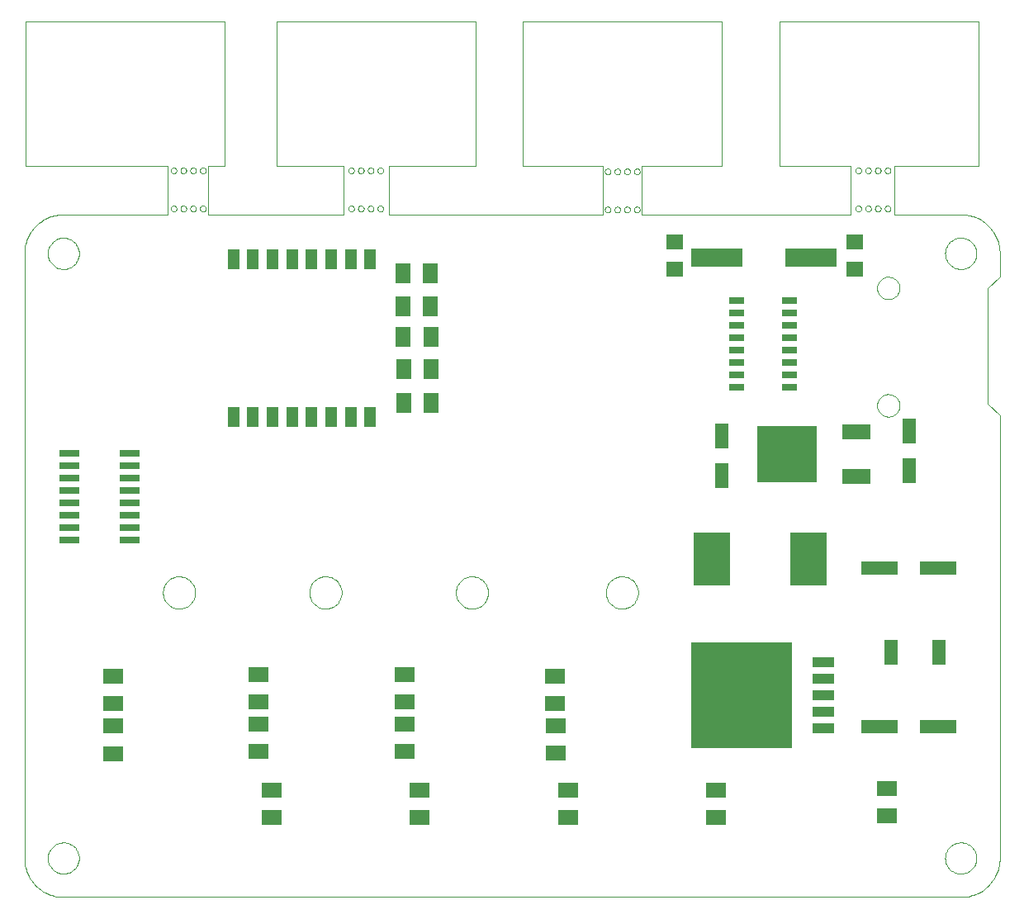
<source format=gtp>
G75*
G70*
%OFA0B0*%
%FSLAX24Y24*%
%IPPOS*%
%LPD*%
%AMOC8*
5,1,8,0,0,1.08239X$1,22.5*
%
%ADD10C,0.0000*%
%ADD11C,0.0000*%
%ADD12R,0.0600X0.0250*%
%ADD13R,0.2100X0.0760*%
%ADD14R,0.0709X0.0630*%
%ADD15R,0.2441X0.2283*%
%ADD16R,0.1181X0.0630*%
%ADD17R,0.0551X0.1024*%
%ADD18R,0.4098X0.4252*%
%ADD19R,0.0850X0.0420*%
%ADD20R,0.1496X0.0551*%
%ADD21R,0.1516X0.2165*%
%ADD22R,0.0571X0.1024*%
%ADD23R,0.0787X0.0630*%
%ADD24R,0.0472X0.0787*%
%ADD25R,0.0630X0.0787*%
%ADD26R,0.0800X0.0260*%
D10*
X010848Y004483D02*
X010848Y028893D01*
X010850Y028970D01*
X010856Y029047D01*
X010865Y029124D01*
X010878Y029200D01*
X010895Y029276D01*
X010916Y029350D01*
X010940Y029424D01*
X010968Y029496D01*
X010999Y029566D01*
X011034Y029635D01*
X011072Y029703D01*
X011113Y029768D01*
X011158Y029831D01*
X011206Y029892D01*
X011256Y029951D01*
X011309Y030007D01*
X011365Y030060D01*
X011424Y030110D01*
X011485Y030158D01*
X011548Y030203D01*
X011613Y030244D01*
X011681Y030282D01*
X011750Y030317D01*
X011820Y030348D01*
X011892Y030376D01*
X011966Y030400D01*
X012040Y030421D01*
X012116Y030438D01*
X012192Y030451D01*
X012269Y030460D01*
X012346Y030466D01*
X012423Y030468D01*
X012423Y030467D02*
X016635Y030467D01*
X016635Y032436D01*
X010887Y032436D01*
X010887Y038263D01*
X018919Y038263D01*
X018919Y032436D01*
X018250Y032436D01*
X018250Y030467D01*
X023722Y030467D01*
X023722Y032436D01*
X021045Y032436D01*
X021045Y038263D01*
X029076Y038263D01*
X029076Y032436D01*
X025572Y032436D01*
X025572Y030467D01*
X034194Y030467D01*
X034194Y032436D01*
X030966Y032436D01*
X030966Y038263D01*
X038998Y038263D01*
X038998Y032436D01*
X035769Y032436D01*
X035769Y030467D01*
X044194Y030467D01*
X044194Y032436D01*
X041320Y032436D01*
X041320Y038263D01*
X049352Y038263D01*
X049352Y032436D01*
X045966Y032436D01*
X045966Y030467D01*
X048643Y030467D01*
X048643Y030468D02*
X048720Y030466D01*
X048797Y030460D01*
X048874Y030451D01*
X048950Y030438D01*
X049026Y030421D01*
X049100Y030400D01*
X049174Y030376D01*
X049246Y030348D01*
X049316Y030317D01*
X049385Y030282D01*
X049453Y030244D01*
X049518Y030203D01*
X049581Y030158D01*
X049642Y030110D01*
X049701Y030060D01*
X049757Y030007D01*
X049810Y029951D01*
X049860Y029892D01*
X049908Y029831D01*
X049953Y029768D01*
X049994Y029703D01*
X050032Y029635D01*
X050067Y029566D01*
X050098Y029496D01*
X050126Y029424D01*
X050150Y029350D01*
X050171Y029276D01*
X050188Y029200D01*
X050201Y029124D01*
X050210Y029047D01*
X050216Y028970D01*
X050218Y028893D01*
X050218Y027948D01*
X049746Y027475D01*
X049746Y022830D01*
X050218Y022357D01*
X050218Y004483D01*
X050216Y004406D01*
X050210Y004329D01*
X050201Y004252D01*
X050188Y004176D01*
X050171Y004100D01*
X050150Y004026D01*
X050126Y003952D01*
X050098Y003880D01*
X050067Y003810D01*
X050032Y003741D01*
X049994Y003673D01*
X049953Y003608D01*
X049908Y003545D01*
X049860Y003484D01*
X049810Y003425D01*
X049757Y003369D01*
X049701Y003316D01*
X049642Y003266D01*
X049581Y003218D01*
X049518Y003173D01*
X049453Y003132D01*
X049385Y003094D01*
X049316Y003059D01*
X049246Y003028D01*
X049174Y003000D01*
X049100Y002976D01*
X049026Y002955D01*
X048950Y002938D01*
X048874Y002925D01*
X048797Y002916D01*
X048720Y002910D01*
X048643Y002908D01*
X012423Y002908D01*
X012346Y002910D01*
X012269Y002916D01*
X012192Y002925D01*
X012116Y002938D01*
X012040Y002955D01*
X011966Y002976D01*
X011892Y003000D01*
X011820Y003028D01*
X011750Y003059D01*
X011681Y003094D01*
X011613Y003132D01*
X011548Y003173D01*
X011485Y003218D01*
X011424Y003266D01*
X011365Y003316D01*
X011309Y003369D01*
X011256Y003425D01*
X011206Y003484D01*
X011158Y003545D01*
X011113Y003608D01*
X011072Y003673D01*
X011034Y003741D01*
X010999Y003810D01*
X010968Y003880D01*
X010940Y003952D01*
X010916Y004026D01*
X010895Y004100D01*
X010878Y004176D01*
X010865Y004252D01*
X010856Y004329D01*
X010850Y004406D01*
X010848Y004483D01*
D11*
X011793Y004483D02*
X011795Y004533D01*
X011801Y004583D01*
X011811Y004632D01*
X011825Y004680D01*
X011842Y004727D01*
X011863Y004772D01*
X011888Y004816D01*
X011916Y004857D01*
X011948Y004896D01*
X011982Y004933D01*
X012019Y004967D01*
X012059Y004997D01*
X012101Y005024D01*
X012145Y005048D01*
X012191Y005069D01*
X012238Y005085D01*
X012286Y005098D01*
X012336Y005107D01*
X012385Y005112D01*
X012436Y005113D01*
X012486Y005110D01*
X012535Y005103D01*
X012584Y005092D01*
X012632Y005077D01*
X012678Y005059D01*
X012723Y005037D01*
X012766Y005011D01*
X012807Y004982D01*
X012846Y004950D01*
X012882Y004915D01*
X012914Y004877D01*
X012944Y004837D01*
X012971Y004794D01*
X012994Y004750D01*
X013013Y004704D01*
X013029Y004656D01*
X013041Y004607D01*
X013049Y004558D01*
X013053Y004508D01*
X013053Y004458D01*
X013049Y004408D01*
X013041Y004359D01*
X013029Y004310D01*
X013013Y004262D01*
X012994Y004216D01*
X012971Y004172D01*
X012944Y004129D01*
X012914Y004089D01*
X012882Y004051D01*
X012846Y004016D01*
X012807Y003984D01*
X012766Y003955D01*
X012723Y003929D01*
X012678Y003907D01*
X012632Y003889D01*
X012584Y003874D01*
X012535Y003863D01*
X012486Y003856D01*
X012436Y003853D01*
X012385Y003854D01*
X012336Y003859D01*
X012286Y003868D01*
X012238Y003881D01*
X012191Y003897D01*
X012145Y003918D01*
X012101Y003942D01*
X012059Y003969D01*
X012019Y003999D01*
X011982Y004033D01*
X011948Y004070D01*
X011916Y004109D01*
X011888Y004150D01*
X011863Y004194D01*
X011842Y004239D01*
X011825Y004286D01*
X011811Y004334D01*
X011801Y004383D01*
X011795Y004433D01*
X011793Y004483D01*
X016441Y015202D02*
X016443Y015252D01*
X016449Y015302D01*
X016459Y015352D01*
X016472Y015400D01*
X016489Y015448D01*
X016510Y015494D01*
X016534Y015538D01*
X016562Y015580D01*
X016593Y015620D01*
X016627Y015657D01*
X016664Y015692D01*
X016703Y015723D01*
X016744Y015752D01*
X016788Y015777D01*
X016834Y015799D01*
X016881Y015817D01*
X016929Y015831D01*
X016978Y015842D01*
X017028Y015849D01*
X017078Y015852D01*
X017129Y015851D01*
X017179Y015846D01*
X017229Y015837D01*
X017277Y015825D01*
X017325Y015808D01*
X017371Y015788D01*
X017416Y015765D01*
X017459Y015738D01*
X017499Y015708D01*
X017537Y015675D01*
X017572Y015639D01*
X017605Y015600D01*
X017634Y015559D01*
X017660Y015516D01*
X017683Y015471D01*
X017702Y015424D01*
X017717Y015376D01*
X017729Y015327D01*
X017737Y015277D01*
X017741Y015227D01*
X017741Y015177D01*
X017737Y015127D01*
X017729Y015077D01*
X017717Y015028D01*
X017702Y014980D01*
X017683Y014933D01*
X017660Y014888D01*
X017634Y014845D01*
X017605Y014804D01*
X017572Y014765D01*
X017537Y014729D01*
X017499Y014696D01*
X017459Y014666D01*
X017416Y014639D01*
X017371Y014616D01*
X017325Y014596D01*
X017277Y014579D01*
X017229Y014567D01*
X017179Y014558D01*
X017129Y014553D01*
X017078Y014552D01*
X017028Y014555D01*
X016978Y014562D01*
X016929Y014573D01*
X016881Y014587D01*
X016834Y014605D01*
X016788Y014627D01*
X016744Y014652D01*
X016703Y014681D01*
X016664Y014712D01*
X016627Y014747D01*
X016593Y014784D01*
X016562Y014824D01*
X016534Y014866D01*
X016510Y014910D01*
X016489Y014956D01*
X016472Y015004D01*
X016459Y015052D01*
X016449Y015102D01*
X016443Y015152D01*
X016441Y015202D01*
X022352Y015202D02*
X022354Y015252D01*
X022360Y015302D01*
X022370Y015352D01*
X022383Y015400D01*
X022400Y015448D01*
X022421Y015494D01*
X022445Y015538D01*
X022473Y015580D01*
X022504Y015620D01*
X022538Y015657D01*
X022575Y015692D01*
X022614Y015723D01*
X022655Y015752D01*
X022699Y015777D01*
X022745Y015799D01*
X022792Y015817D01*
X022840Y015831D01*
X022889Y015842D01*
X022939Y015849D01*
X022989Y015852D01*
X023040Y015851D01*
X023090Y015846D01*
X023140Y015837D01*
X023188Y015825D01*
X023236Y015808D01*
X023282Y015788D01*
X023327Y015765D01*
X023370Y015738D01*
X023410Y015708D01*
X023448Y015675D01*
X023483Y015639D01*
X023516Y015600D01*
X023545Y015559D01*
X023571Y015516D01*
X023594Y015471D01*
X023613Y015424D01*
X023628Y015376D01*
X023640Y015327D01*
X023648Y015277D01*
X023652Y015227D01*
X023652Y015177D01*
X023648Y015127D01*
X023640Y015077D01*
X023628Y015028D01*
X023613Y014980D01*
X023594Y014933D01*
X023571Y014888D01*
X023545Y014845D01*
X023516Y014804D01*
X023483Y014765D01*
X023448Y014729D01*
X023410Y014696D01*
X023370Y014666D01*
X023327Y014639D01*
X023282Y014616D01*
X023236Y014596D01*
X023188Y014579D01*
X023140Y014567D01*
X023090Y014558D01*
X023040Y014553D01*
X022989Y014552D01*
X022939Y014555D01*
X022889Y014562D01*
X022840Y014573D01*
X022792Y014587D01*
X022745Y014605D01*
X022699Y014627D01*
X022655Y014652D01*
X022614Y014681D01*
X022575Y014712D01*
X022538Y014747D01*
X022504Y014784D01*
X022473Y014824D01*
X022445Y014866D01*
X022421Y014910D01*
X022400Y014956D01*
X022383Y015004D01*
X022370Y015052D01*
X022360Y015102D01*
X022354Y015152D01*
X022352Y015202D01*
X028263Y015202D02*
X028265Y015252D01*
X028271Y015302D01*
X028281Y015352D01*
X028294Y015400D01*
X028311Y015448D01*
X028332Y015494D01*
X028356Y015538D01*
X028384Y015580D01*
X028415Y015620D01*
X028449Y015657D01*
X028486Y015692D01*
X028525Y015723D01*
X028566Y015752D01*
X028610Y015777D01*
X028656Y015799D01*
X028703Y015817D01*
X028751Y015831D01*
X028800Y015842D01*
X028850Y015849D01*
X028900Y015852D01*
X028951Y015851D01*
X029001Y015846D01*
X029051Y015837D01*
X029099Y015825D01*
X029147Y015808D01*
X029193Y015788D01*
X029238Y015765D01*
X029281Y015738D01*
X029321Y015708D01*
X029359Y015675D01*
X029394Y015639D01*
X029427Y015600D01*
X029456Y015559D01*
X029482Y015516D01*
X029505Y015471D01*
X029524Y015424D01*
X029539Y015376D01*
X029551Y015327D01*
X029559Y015277D01*
X029563Y015227D01*
X029563Y015177D01*
X029559Y015127D01*
X029551Y015077D01*
X029539Y015028D01*
X029524Y014980D01*
X029505Y014933D01*
X029482Y014888D01*
X029456Y014845D01*
X029427Y014804D01*
X029394Y014765D01*
X029359Y014729D01*
X029321Y014696D01*
X029281Y014666D01*
X029238Y014639D01*
X029193Y014616D01*
X029147Y014596D01*
X029099Y014579D01*
X029051Y014567D01*
X029001Y014558D01*
X028951Y014553D01*
X028900Y014552D01*
X028850Y014555D01*
X028800Y014562D01*
X028751Y014573D01*
X028703Y014587D01*
X028656Y014605D01*
X028610Y014627D01*
X028566Y014652D01*
X028525Y014681D01*
X028486Y014712D01*
X028449Y014747D01*
X028415Y014784D01*
X028384Y014824D01*
X028356Y014866D01*
X028332Y014910D01*
X028311Y014956D01*
X028294Y015004D01*
X028281Y015052D01*
X028271Y015102D01*
X028265Y015152D01*
X028263Y015202D01*
X034319Y015202D02*
X034321Y015252D01*
X034327Y015302D01*
X034337Y015352D01*
X034350Y015400D01*
X034367Y015448D01*
X034388Y015494D01*
X034412Y015538D01*
X034440Y015580D01*
X034471Y015620D01*
X034505Y015657D01*
X034542Y015692D01*
X034581Y015723D01*
X034622Y015752D01*
X034666Y015777D01*
X034712Y015799D01*
X034759Y015817D01*
X034807Y015831D01*
X034856Y015842D01*
X034906Y015849D01*
X034956Y015852D01*
X035007Y015851D01*
X035057Y015846D01*
X035107Y015837D01*
X035155Y015825D01*
X035203Y015808D01*
X035249Y015788D01*
X035294Y015765D01*
X035337Y015738D01*
X035377Y015708D01*
X035415Y015675D01*
X035450Y015639D01*
X035483Y015600D01*
X035512Y015559D01*
X035538Y015516D01*
X035561Y015471D01*
X035580Y015424D01*
X035595Y015376D01*
X035607Y015327D01*
X035615Y015277D01*
X035619Y015227D01*
X035619Y015177D01*
X035615Y015127D01*
X035607Y015077D01*
X035595Y015028D01*
X035580Y014980D01*
X035561Y014933D01*
X035538Y014888D01*
X035512Y014845D01*
X035483Y014804D01*
X035450Y014765D01*
X035415Y014729D01*
X035377Y014696D01*
X035337Y014666D01*
X035294Y014639D01*
X035249Y014616D01*
X035203Y014596D01*
X035155Y014579D01*
X035107Y014567D01*
X035057Y014558D01*
X035007Y014553D01*
X034956Y014552D01*
X034906Y014555D01*
X034856Y014562D01*
X034807Y014573D01*
X034759Y014587D01*
X034712Y014605D01*
X034666Y014627D01*
X034622Y014652D01*
X034581Y014681D01*
X034542Y014712D01*
X034505Y014747D01*
X034471Y014784D01*
X034440Y014824D01*
X034412Y014866D01*
X034388Y014910D01*
X034367Y014956D01*
X034350Y015004D01*
X034337Y015052D01*
X034327Y015102D01*
X034321Y015152D01*
X034319Y015202D01*
X045265Y022756D02*
X045267Y022798D01*
X045273Y022840D01*
X045283Y022882D01*
X045296Y022922D01*
X045314Y022961D01*
X045335Y022998D01*
X045359Y023032D01*
X045387Y023065D01*
X045417Y023095D01*
X045450Y023121D01*
X045485Y023145D01*
X045523Y023165D01*
X045562Y023181D01*
X045602Y023194D01*
X045644Y023203D01*
X045686Y023208D01*
X045729Y023209D01*
X045771Y023206D01*
X045813Y023199D01*
X045854Y023188D01*
X045894Y023173D01*
X045932Y023155D01*
X045969Y023133D01*
X046003Y023108D01*
X046035Y023080D01*
X046063Y023049D01*
X046089Y023015D01*
X046112Y022979D01*
X046131Y022942D01*
X046147Y022902D01*
X046159Y022861D01*
X046167Y022820D01*
X046171Y022777D01*
X046171Y022735D01*
X046167Y022692D01*
X046159Y022651D01*
X046147Y022610D01*
X046131Y022570D01*
X046112Y022533D01*
X046089Y022497D01*
X046063Y022463D01*
X046035Y022432D01*
X046003Y022404D01*
X045969Y022379D01*
X045932Y022357D01*
X045894Y022339D01*
X045854Y022324D01*
X045813Y022313D01*
X045771Y022306D01*
X045729Y022303D01*
X045686Y022304D01*
X045644Y022309D01*
X045602Y022318D01*
X045562Y022331D01*
X045523Y022347D01*
X045485Y022367D01*
X045450Y022391D01*
X045417Y022417D01*
X045387Y022447D01*
X045359Y022480D01*
X045335Y022514D01*
X045314Y022551D01*
X045296Y022590D01*
X045283Y022630D01*
X045273Y022672D01*
X045267Y022714D01*
X045265Y022756D01*
X045265Y027496D02*
X045267Y027538D01*
X045273Y027580D01*
X045283Y027622D01*
X045296Y027662D01*
X045314Y027701D01*
X045335Y027738D01*
X045359Y027772D01*
X045387Y027805D01*
X045417Y027835D01*
X045450Y027861D01*
X045485Y027885D01*
X045523Y027905D01*
X045562Y027921D01*
X045602Y027934D01*
X045644Y027943D01*
X045686Y027948D01*
X045729Y027949D01*
X045771Y027946D01*
X045813Y027939D01*
X045854Y027928D01*
X045894Y027913D01*
X045932Y027895D01*
X045969Y027873D01*
X046003Y027848D01*
X046035Y027820D01*
X046063Y027789D01*
X046089Y027755D01*
X046112Y027719D01*
X046131Y027682D01*
X046147Y027642D01*
X046159Y027601D01*
X046167Y027560D01*
X046171Y027517D01*
X046171Y027475D01*
X046167Y027432D01*
X046159Y027391D01*
X046147Y027350D01*
X046131Y027310D01*
X046112Y027273D01*
X046089Y027237D01*
X046063Y027203D01*
X046035Y027172D01*
X046003Y027144D01*
X045969Y027119D01*
X045932Y027097D01*
X045894Y027079D01*
X045854Y027064D01*
X045813Y027053D01*
X045771Y027046D01*
X045729Y027043D01*
X045686Y027044D01*
X045644Y027049D01*
X045602Y027058D01*
X045562Y027071D01*
X045523Y027087D01*
X045485Y027107D01*
X045450Y027131D01*
X045417Y027157D01*
X045387Y027187D01*
X045359Y027220D01*
X045335Y027254D01*
X045314Y027291D01*
X045296Y027330D01*
X045283Y027370D01*
X045273Y027412D01*
X045267Y027454D01*
X045265Y027496D01*
X048013Y028893D02*
X048015Y028943D01*
X048021Y028993D01*
X048031Y029042D01*
X048045Y029090D01*
X048062Y029137D01*
X048083Y029182D01*
X048108Y029226D01*
X048136Y029267D01*
X048168Y029306D01*
X048202Y029343D01*
X048239Y029377D01*
X048279Y029407D01*
X048321Y029434D01*
X048365Y029458D01*
X048411Y029479D01*
X048458Y029495D01*
X048506Y029508D01*
X048556Y029517D01*
X048605Y029522D01*
X048656Y029523D01*
X048706Y029520D01*
X048755Y029513D01*
X048804Y029502D01*
X048852Y029487D01*
X048898Y029469D01*
X048943Y029447D01*
X048986Y029421D01*
X049027Y029392D01*
X049066Y029360D01*
X049102Y029325D01*
X049134Y029287D01*
X049164Y029247D01*
X049191Y029204D01*
X049214Y029160D01*
X049233Y029114D01*
X049249Y029066D01*
X049261Y029017D01*
X049269Y028968D01*
X049273Y028918D01*
X049273Y028868D01*
X049269Y028818D01*
X049261Y028769D01*
X049249Y028720D01*
X049233Y028672D01*
X049214Y028626D01*
X049191Y028582D01*
X049164Y028539D01*
X049134Y028499D01*
X049102Y028461D01*
X049066Y028426D01*
X049027Y028394D01*
X048986Y028365D01*
X048943Y028339D01*
X048898Y028317D01*
X048852Y028299D01*
X048804Y028284D01*
X048755Y028273D01*
X048706Y028266D01*
X048656Y028263D01*
X048605Y028264D01*
X048556Y028269D01*
X048506Y028278D01*
X048458Y028291D01*
X048411Y028307D01*
X048365Y028328D01*
X048321Y028352D01*
X048279Y028379D01*
X048239Y028409D01*
X048202Y028443D01*
X048168Y028480D01*
X048136Y028519D01*
X048108Y028560D01*
X048083Y028604D01*
X048062Y028649D01*
X048045Y028696D01*
X048031Y028744D01*
X048021Y028793D01*
X048015Y028843D01*
X048013Y028893D01*
X045573Y030704D02*
X045575Y030725D01*
X045581Y030745D01*
X045590Y030765D01*
X045602Y030782D01*
X045617Y030796D01*
X045635Y030808D01*
X045655Y030816D01*
X045675Y030821D01*
X045696Y030822D01*
X045717Y030819D01*
X045737Y030813D01*
X045756Y030802D01*
X045773Y030789D01*
X045786Y030773D01*
X045797Y030755D01*
X045805Y030735D01*
X045809Y030715D01*
X045809Y030693D01*
X045805Y030673D01*
X045797Y030653D01*
X045786Y030635D01*
X045773Y030619D01*
X045756Y030606D01*
X045737Y030595D01*
X045717Y030589D01*
X045696Y030586D01*
X045675Y030587D01*
X045655Y030592D01*
X045635Y030600D01*
X045617Y030612D01*
X045602Y030626D01*
X045590Y030643D01*
X045581Y030663D01*
X045575Y030683D01*
X045573Y030704D01*
X045179Y030704D02*
X045181Y030725D01*
X045187Y030745D01*
X045196Y030765D01*
X045208Y030782D01*
X045223Y030796D01*
X045241Y030808D01*
X045261Y030816D01*
X045281Y030821D01*
X045302Y030822D01*
X045323Y030819D01*
X045343Y030813D01*
X045362Y030802D01*
X045379Y030789D01*
X045392Y030773D01*
X045403Y030755D01*
X045411Y030735D01*
X045415Y030715D01*
X045415Y030693D01*
X045411Y030673D01*
X045403Y030653D01*
X045392Y030635D01*
X045379Y030619D01*
X045362Y030606D01*
X045343Y030595D01*
X045323Y030589D01*
X045302Y030586D01*
X045281Y030587D01*
X045261Y030592D01*
X045241Y030600D01*
X045223Y030612D01*
X045208Y030626D01*
X045196Y030643D01*
X045187Y030663D01*
X045181Y030683D01*
X045179Y030704D01*
X044785Y030704D02*
X044787Y030725D01*
X044793Y030745D01*
X044802Y030765D01*
X044814Y030782D01*
X044829Y030796D01*
X044847Y030808D01*
X044867Y030816D01*
X044887Y030821D01*
X044908Y030822D01*
X044929Y030819D01*
X044949Y030813D01*
X044968Y030802D01*
X044985Y030789D01*
X044998Y030773D01*
X045009Y030755D01*
X045017Y030735D01*
X045021Y030715D01*
X045021Y030693D01*
X045017Y030673D01*
X045009Y030653D01*
X044998Y030635D01*
X044985Y030619D01*
X044968Y030606D01*
X044949Y030595D01*
X044929Y030589D01*
X044908Y030586D01*
X044887Y030587D01*
X044867Y030592D01*
X044847Y030600D01*
X044829Y030612D01*
X044814Y030626D01*
X044802Y030643D01*
X044793Y030663D01*
X044787Y030683D01*
X044785Y030704D01*
X044391Y030704D02*
X044393Y030725D01*
X044399Y030745D01*
X044408Y030765D01*
X044420Y030782D01*
X044435Y030796D01*
X044453Y030808D01*
X044473Y030816D01*
X044493Y030821D01*
X044514Y030822D01*
X044535Y030819D01*
X044555Y030813D01*
X044574Y030802D01*
X044591Y030789D01*
X044604Y030773D01*
X044615Y030755D01*
X044623Y030735D01*
X044627Y030715D01*
X044627Y030693D01*
X044623Y030673D01*
X044615Y030653D01*
X044604Y030635D01*
X044591Y030619D01*
X044574Y030606D01*
X044555Y030595D01*
X044535Y030589D01*
X044514Y030586D01*
X044493Y030587D01*
X044473Y030592D01*
X044453Y030600D01*
X044435Y030612D01*
X044420Y030626D01*
X044408Y030643D01*
X044399Y030663D01*
X044393Y030683D01*
X044391Y030704D01*
X044391Y032239D02*
X044393Y032260D01*
X044399Y032280D01*
X044408Y032300D01*
X044420Y032317D01*
X044435Y032331D01*
X044453Y032343D01*
X044473Y032351D01*
X044493Y032356D01*
X044514Y032357D01*
X044535Y032354D01*
X044555Y032348D01*
X044574Y032337D01*
X044591Y032324D01*
X044604Y032308D01*
X044615Y032290D01*
X044623Y032270D01*
X044627Y032250D01*
X044627Y032228D01*
X044623Y032208D01*
X044615Y032188D01*
X044604Y032170D01*
X044591Y032154D01*
X044574Y032141D01*
X044555Y032130D01*
X044535Y032124D01*
X044514Y032121D01*
X044493Y032122D01*
X044473Y032127D01*
X044453Y032135D01*
X044435Y032147D01*
X044420Y032161D01*
X044408Y032178D01*
X044399Y032198D01*
X044393Y032218D01*
X044391Y032239D01*
X044785Y032239D02*
X044787Y032260D01*
X044793Y032280D01*
X044802Y032300D01*
X044814Y032317D01*
X044829Y032331D01*
X044847Y032343D01*
X044867Y032351D01*
X044887Y032356D01*
X044908Y032357D01*
X044929Y032354D01*
X044949Y032348D01*
X044968Y032337D01*
X044985Y032324D01*
X044998Y032308D01*
X045009Y032290D01*
X045017Y032270D01*
X045021Y032250D01*
X045021Y032228D01*
X045017Y032208D01*
X045009Y032188D01*
X044998Y032170D01*
X044985Y032154D01*
X044968Y032141D01*
X044949Y032130D01*
X044929Y032124D01*
X044908Y032121D01*
X044887Y032122D01*
X044867Y032127D01*
X044847Y032135D01*
X044829Y032147D01*
X044814Y032161D01*
X044802Y032178D01*
X044793Y032198D01*
X044787Y032218D01*
X044785Y032239D01*
X045179Y032239D02*
X045181Y032260D01*
X045187Y032280D01*
X045196Y032300D01*
X045208Y032317D01*
X045223Y032331D01*
X045241Y032343D01*
X045261Y032351D01*
X045281Y032356D01*
X045302Y032357D01*
X045323Y032354D01*
X045343Y032348D01*
X045362Y032337D01*
X045379Y032324D01*
X045392Y032308D01*
X045403Y032290D01*
X045411Y032270D01*
X045415Y032250D01*
X045415Y032228D01*
X045411Y032208D01*
X045403Y032188D01*
X045392Y032170D01*
X045379Y032154D01*
X045362Y032141D01*
X045343Y032130D01*
X045323Y032124D01*
X045302Y032121D01*
X045281Y032122D01*
X045261Y032127D01*
X045241Y032135D01*
X045223Y032147D01*
X045208Y032161D01*
X045196Y032178D01*
X045187Y032198D01*
X045181Y032218D01*
X045179Y032239D01*
X045573Y032239D02*
X045575Y032260D01*
X045581Y032280D01*
X045590Y032300D01*
X045602Y032317D01*
X045617Y032331D01*
X045635Y032343D01*
X045655Y032351D01*
X045675Y032356D01*
X045696Y032357D01*
X045717Y032354D01*
X045737Y032348D01*
X045756Y032337D01*
X045773Y032324D01*
X045786Y032308D01*
X045797Y032290D01*
X045805Y032270D01*
X045809Y032250D01*
X045809Y032228D01*
X045805Y032208D01*
X045797Y032188D01*
X045786Y032170D01*
X045773Y032154D01*
X045756Y032141D01*
X045737Y032130D01*
X045717Y032124D01*
X045696Y032121D01*
X045675Y032122D01*
X045655Y032127D01*
X045635Y032135D01*
X045617Y032147D01*
X045602Y032161D01*
X045590Y032178D01*
X045581Y032198D01*
X045575Y032218D01*
X045573Y032239D01*
X035454Y032200D02*
X035456Y032221D01*
X035462Y032241D01*
X035471Y032261D01*
X035483Y032278D01*
X035498Y032292D01*
X035516Y032304D01*
X035536Y032312D01*
X035556Y032317D01*
X035577Y032318D01*
X035598Y032315D01*
X035618Y032309D01*
X035637Y032298D01*
X035654Y032285D01*
X035667Y032269D01*
X035678Y032251D01*
X035686Y032231D01*
X035690Y032211D01*
X035690Y032189D01*
X035686Y032169D01*
X035678Y032149D01*
X035667Y032131D01*
X035654Y032115D01*
X035637Y032102D01*
X035618Y032091D01*
X035598Y032085D01*
X035577Y032082D01*
X035556Y032083D01*
X035536Y032088D01*
X035516Y032096D01*
X035498Y032108D01*
X035483Y032122D01*
X035471Y032139D01*
X035462Y032159D01*
X035456Y032179D01*
X035454Y032200D01*
X035061Y032200D02*
X035063Y032221D01*
X035069Y032241D01*
X035078Y032261D01*
X035090Y032278D01*
X035105Y032292D01*
X035123Y032304D01*
X035143Y032312D01*
X035163Y032317D01*
X035184Y032318D01*
X035205Y032315D01*
X035225Y032309D01*
X035244Y032298D01*
X035261Y032285D01*
X035274Y032269D01*
X035285Y032251D01*
X035293Y032231D01*
X035297Y032211D01*
X035297Y032189D01*
X035293Y032169D01*
X035285Y032149D01*
X035274Y032131D01*
X035261Y032115D01*
X035244Y032102D01*
X035225Y032091D01*
X035205Y032085D01*
X035184Y032082D01*
X035163Y032083D01*
X035143Y032088D01*
X035123Y032096D01*
X035105Y032108D01*
X035090Y032122D01*
X035078Y032139D01*
X035069Y032159D01*
X035063Y032179D01*
X035061Y032200D01*
X034667Y032200D02*
X034669Y032221D01*
X034675Y032241D01*
X034684Y032261D01*
X034696Y032278D01*
X034711Y032292D01*
X034729Y032304D01*
X034749Y032312D01*
X034769Y032317D01*
X034790Y032318D01*
X034811Y032315D01*
X034831Y032309D01*
X034850Y032298D01*
X034867Y032285D01*
X034880Y032269D01*
X034891Y032251D01*
X034899Y032231D01*
X034903Y032211D01*
X034903Y032189D01*
X034899Y032169D01*
X034891Y032149D01*
X034880Y032131D01*
X034867Y032115D01*
X034850Y032102D01*
X034831Y032091D01*
X034811Y032085D01*
X034790Y032082D01*
X034769Y032083D01*
X034749Y032088D01*
X034729Y032096D01*
X034711Y032108D01*
X034696Y032122D01*
X034684Y032139D01*
X034675Y032159D01*
X034669Y032179D01*
X034667Y032200D01*
X034273Y032200D02*
X034275Y032221D01*
X034281Y032241D01*
X034290Y032261D01*
X034302Y032278D01*
X034317Y032292D01*
X034335Y032304D01*
X034355Y032312D01*
X034375Y032317D01*
X034396Y032318D01*
X034417Y032315D01*
X034437Y032309D01*
X034456Y032298D01*
X034473Y032285D01*
X034486Y032269D01*
X034497Y032251D01*
X034505Y032231D01*
X034509Y032211D01*
X034509Y032189D01*
X034505Y032169D01*
X034497Y032149D01*
X034486Y032131D01*
X034473Y032115D01*
X034456Y032102D01*
X034437Y032091D01*
X034417Y032085D01*
X034396Y032082D01*
X034375Y032083D01*
X034355Y032088D01*
X034335Y032096D01*
X034317Y032108D01*
X034302Y032122D01*
X034290Y032139D01*
X034281Y032159D01*
X034275Y032179D01*
X034273Y032200D01*
X034273Y030664D02*
X034275Y030685D01*
X034281Y030705D01*
X034290Y030725D01*
X034302Y030742D01*
X034317Y030756D01*
X034335Y030768D01*
X034355Y030776D01*
X034375Y030781D01*
X034396Y030782D01*
X034417Y030779D01*
X034437Y030773D01*
X034456Y030762D01*
X034473Y030749D01*
X034486Y030733D01*
X034497Y030715D01*
X034505Y030695D01*
X034509Y030675D01*
X034509Y030653D01*
X034505Y030633D01*
X034497Y030613D01*
X034486Y030595D01*
X034473Y030579D01*
X034456Y030566D01*
X034437Y030555D01*
X034417Y030549D01*
X034396Y030546D01*
X034375Y030547D01*
X034355Y030552D01*
X034335Y030560D01*
X034317Y030572D01*
X034302Y030586D01*
X034290Y030603D01*
X034281Y030623D01*
X034275Y030643D01*
X034273Y030664D01*
X034667Y030664D02*
X034669Y030685D01*
X034675Y030705D01*
X034684Y030725D01*
X034696Y030742D01*
X034711Y030756D01*
X034729Y030768D01*
X034749Y030776D01*
X034769Y030781D01*
X034790Y030782D01*
X034811Y030779D01*
X034831Y030773D01*
X034850Y030762D01*
X034867Y030749D01*
X034880Y030733D01*
X034891Y030715D01*
X034899Y030695D01*
X034903Y030675D01*
X034903Y030653D01*
X034899Y030633D01*
X034891Y030613D01*
X034880Y030595D01*
X034867Y030579D01*
X034850Y030566D01*
X034831Y030555D01*
X034811Y030549D01*
X034790Y030546D01*
X034769Y030547D01*
X034749Y030552D01*
X034729Y030560D01*
X034711Y030572D01*
X034696Y030586D01*
X034684Y030603D01*
X034675Y030623D01*
X034669Y030643D01*
X034667Y030664D01*
X035061Y030664D02*
X035063Y030685D01*
X035069Y030705D01*
X035078Y030725D01*
X035090Y030742D01*
X035105Y030756D01*
X035123Y030768D01*
X035143Y030776D01*
X035163Y030781D01*
X035184Y030782D01*
X035205Y030779D01*
X035225Y030773D01*
X035244Y030762D01*
X035261Y030749D01*
X035274Y030733D01*
X035285Y030715D01*
X035293Y030695D01*
X035297Y030675D01*
X035297Y030653D01*
X035293Y030633D01*
X035285Y030613D01*
X035274Y030595D01*
X035261Y030579D01*
X035244Y030566D01*
X035225Y030555D01*
X035205Y030549D01*
X035184Y030546D01*
X035163Y030547D01*
X035143Y030552D01*
X035123Y030560D01*
X035105Y030572D01*
X035090Y030586D01*
X035078Y030603D01*
X035069Y030623D01*
X035063Y030643D01*
X035061Y030664D01*
X035454Y030664D02*
X035456Y030685D01*
X035462Y030705D01*
X035471Y030725D01*
X035483Y030742D01*
X035498Y030756D01*
X035516Y030768D01*
X035536Y030776D01*
X035556Y030781D01*
X035577Y030782D01*
X035598Y030779D01*
X035618Y030773D01*
X035637Y030762D01*
X035654Y030749D01*
X035667Y030733D01*
X035678Y030715D01*
X035686Y030695D01*
X035690Y030675D01*
X035690Y030653D01*
X035686Y030633D01*
X035678Y030613D01*
X035667Y030595D01*
X035654Y030579D01*
X035637Y030566D01*
X035618Y030555D01*
X035598Y030549D01*
X035577Y030546D01*
X035556Y030547D01*
X035536Y030552D01*
X035516Y030560D01*
X035498Y030572D01*
X035483Y030586D01*
X035471Y030603D01*
X035462Y030623D01*
X035456Y030643D01*
X035454Y030664D01*
X025100Y030704D02*
X025102Y030725D01*
X025108Y030745D01*
X025117Y030765D01*
X025129Y030782D01*
X025144Y030796D01*
X025162Y030808D01*
X025182Y030816D01*
X025202Y030821D01*
X025223Y030822D01*
X025244Y030819D01*
X025264Y030813D01*
X025283Y030802D01*
X025300Y030789D01*
X025313Y030773D01*
X025324Y030755D01*
X025332Y030735D01*
X025336Y030715D01*
X025336Y030693D01*
X025332Y030673D01*
X025324Y030653D01*
X025313Y030635D01*
X025300Y030619D01*
X025283Y030606D01*
X025264Y030595D01*
X025244Y030589D01*
X025223Y030586D01*
X025202Y030587D01*
X025182Y030592D01*
X025162Y030600D01*
X025144Y030612D01*
X025129Y030626D01*
X025117Y030643D01*
X025108Y030663D01*
X025102Y030683D01*
X025100Y030704D01*
X024706Y030704D02*
X024708Y030725D01*
X024714Y030745D01*
X024723Y030765D01*
X024735Y030782D01*
X024750Y030796D01*
X024768Y030808D01*
X024788Y030816D01*
X024808Y030821D01*
X024829Y030822D01*
X024850Y030819D01*
X024870Y030813D01*
X024889Y030802D01*
X024906Y030789D01*
X024919Y030773D01*
X024930Y030755D01*
X024938Y030735D01*
X024942Y030715D01*
X024942Y030693D01*
X024938Y030673D01*
X024930Y030653D01*
X024919Y030635D01*
X024906Y030619D01*
X024889Y030606D01*
X024870Y030595D01*
X024850Y030589D01*
X024829Y030586D01*
X024808Y030587D01*
X024788Y030592D01*
X024768Y030600D01*
X024750Y030612D01*
X024735Y030626D01*
X024723Y030643D01*
X024714Y030663D01*
X024708Y030683D01*
X024706Y030704D01*
X024313Y030704D02*
X024315Y030725D01*
X024321Y030745D01*
X024330Y030765D01*
X024342Y030782D01*
X024357Y030796D01*
X024375Y030808D01*
X024395Y030816D01*
X024415Y030821D01*
X024436Y030822D01*
X024457Y030819D01*
X024477Y030813D01*
X024496Y030802D01*
X024513Y030789D01*
X024526Y030773D01*
X024537Y030755D01*
X024545Y030735D01*
X024549Y030715D01*
X024549Y030693D01*
X024545Y030673D01*
X024537Y030653D01*
X024526Y030635D01*
X024513Y030619D01*
X024496Y030606D01*
X024477Y030595D01*
X024457Y030589D01*
X024436Y030586D01*
X024415Y030587D01*
X024395Y030592D01*
X024375Y030600D01*
X024357Y030612D01*
X024342Y030626D01*
X024330Y030643D01*
X024321Y030663D01*
X024315Y030683D01*
X024313Y030704D01*
X023919Y030704D02*
X023921Y030725D01*
X023927Y030745D01*
X023936Y030765D01*
X023948Y030782D01*
X023963Y030796D01*
X023981Y030808D01*
X024001Y030816D01*
X024021Y030821D01*
X024042Y030822D01*
X024063Y030819D01*
X024083Y030813D01*
X024102Y030802D01*
X024119Y030789D01*
X024132Y030773D01*
X024143Y030755D01*
X024151Y030735D01*
X024155Y030715D01*
X024155Y030693D01*
X024151Y030673D01*
X024143Y030653D01*
X024132Y030635D01*
X024119Y030619D01*
X024102Y030606D01*
X024083Y030595D01*
X024063Y030589D01*
X024042Y030586D01*
X024021Y030587D01*
X024001Y030592D01*
X023981Y030600D01*
X023963Y030612D01*
X023948Y030626D01*
X023936Y030643D01*
X023927Y030663D01*
X023921Y030683D01*
X023919Y030704D01*
X023919Y032239D02*
X023921Y032260D01*
X023927Y032280D01*
X023936Y032300D01*
X023948Y032317D01*
X023963Y032331D01*
X023981Y032343D01*
X024001Y032351D01*
X024021Y032356D01*
X024042Y032357D01*
X024063Y032354D01*
X024083Y032348D01*
X024102Y032337D01*
X024119Y032324D01*
X024132Y032308D01*
X024143Y032290D01*
X024151Y032270D01*
X024155Y032250D01*
X024155Y032228D01*
X024151Y032208D01*
X024143Y032188D01*
X024132Y032170D01*
X024119Y032154D01*
X024102Y032141D01*
X024083Y032130D01*
X024063Y032124D01*
X024042Y032121D01*
X024021Y032122D01*
X024001Y032127D01*
X023981Y032135D01*
X023963Y032147D01*
X023948Y032161D01*
X023936Y032178D01*
X023927Y032198D01*
X023921Y032218D01*
X023919Y032239D01*
X024313Y032239D02*
X024315Y032260D01*
X024321Y032280D01*
X024330Y032300D01*
X024342Y032317D01*
X024357Y032331D01*
X024375Y032343D01*
X024395Y032351D01*
X024415Y032356D01*
X024436Y032357D01*
X024457Y032354D01*
X024477Y032348D01*
X024496Y032337D01*
X024513Y032324D01*
X024526Y032308D01*
X024537Y032290D01*
X024545Y032270D01*
X024549Y032250D01*
X024549Y032228D01*
X024545Y032208D01*
X024537Y032188D01*
X024526Y032170D01*
X024513Y032154D01*
X024496Y032141D01*
X024477Y032130D01*
X024457Y032124D01*
X024436Y032121D01*
X024415Y032122D01*
X024395Y032127D01*
X024375Y032135D01*
X024357Y032147D01*
X024342Y032161D01*
X024330Y032178D01*
X024321Y032198D01*
X024315Y032218D01*
X024313Y032239D01*
X024706Y032239D02*
X024708Y032260D01*
X024714Y032280D01*
X024723Y032300D01*
X024735Y032317D01*
X024750Y032331D01*
X024768Y032343D01*
X024788Y032351D01*
X024808Y032356D01*
X024829Y032357D01*
X024850Y032354D01*
X024870Y032348D01*
X024889Y032337D01*
X024906Y032324D01*
X024919Y032308D01*
X024930Y032290D01*
X024938Y032270D01*
X024942Y032250D01*
X024942Y032228D01*
X024938Y032208D01*
X024930Y032188D01*
X024919Y032170D01*
X024906Y032154D01*
X024889Y032141D01*
X024870Y032130D01*
X024850Y032124D01*
X024829Y032121D01*
X024808Y032122D01*
X024788Y032127D01*
X024768Y032135D01*
X024750Y032147D01*
X024735Y032161D01*
X024723Y032178D01*
X024714Y032198D01*
X024708Y032218D01*
X024706Y032239D01*
X025100Y032239D02*
X025102Y032260D01*
X025108Y032280D01*
X025117Y032300D01*
X025129Y032317D01*
X025144Y032331D01*
X025162Y032343D01*
X025182Y032351D01*
X025202Y032356D01*
X025223Y032357D01*
X025244Y032354D01*
X025264Y032348D01*
X025283Y032337D01*
X025300Y032324D01*
X025313Y032308D01*
X025324Y032290D01*
X025332Y032270D01*
X025336Y032250D01*
X025336Y032228D01*
X025332Y032208D01*
X025324Y032188D01*
X025313Y032170D01*
X025300Y032154D01*
X025283Y032141D01*
X025264Y032130D01*
X025244Y032124D01*
X025223Y032121D01*
X025202Y032122D01*
X025182Y032127D01*
X025162Y032135D01*
X025144Y032147D01*
X025129Y032161D01*
X025117Y032178D01*
X025108Y032198D01*
X025102Y032218D01*
X025100Y032239D01*
X017935Y032239D02*
X017937Y032260D01*
X017943Y032280D01*
X017952Y032300D01*
X017964Y032317D01*
X017979Y032331D01*
X017997Y032343D01*
X018017Y032351D01*
X018037Y032356D01*
X018058Y032357D01*
X018079Y032354D01*
X018099Y032348D01*
X018118Y032337D01*
X018135Y032324D01*
X018148Y032308D01*
X018159Y032290D01*
X018167Y032270D01*
X018171Y032250D01*
X018171Y032228D01*
X018167Y032208D01*
X018159Y032188D01*
X018148Y032170D01*
X018135Y032154D01*
X018118Y032141D01*
X018099Y032130D01*
X018079Y032124D01*
X018058Y032121D01*
X018037Y032122D01*
X018017Y032127D01*
X017997Y032135D01*
X017979Y032147D01*
X017964Y032161D01*
X017952Y032178D01*
X017943Y032198D01*
X017937Y032218D01*
X017935Y032239D01*
X017541Y032239D02*
X017543Y032260D01*
X017549Y032280D01*
X017558Y032300D01*
X017570Y032317D01*
X017585Y032331D01*
X017603Y032343D01*
X017623Y032351D01*
X017643Y032356D01*
X017664Y032357D01*
X017685Y032354D01*
X017705Y032348D01*
X017724Y032337D01*
X017741Y032324D01*
X017754Y032308D01*
X017765Y032290D01*
X017773Y032270D01*
X017777Y032250D01*
X017777Y032228D01*
X017773Y032208D01*
X017765Y032188D01*
X017754Y032170D01*
X017741Y032154D01*
X017724Y032141D01*
X017705Y032130D01*
X017685Y032124D01*
X017664Y032121D01*
X017643Y032122D01*
X017623Y032127D01*
X017603Y032135D01*
X017585Y032147D01*
X017570Y032161D01*
X017558Y032178D01*
X017549Y032198D01*
X017543Y032218D01*
X017541Y032239D01*
X017147Y032239D02*
X017149Y032260D01*
X017155Y032280D01*
X017164Y032300D01*
X017176Y032317D01*
X017191Y032331D01*
X017209Y032343D01*
X017229Y032351D01*
X017249Y032356D01*
X017270Y032357D01*
X017291Y032354D01*
X017311Y032348D01*
X017330Y032337D01*
X017347Y032324D01*
X017360Y032308D01*
X017371Y032290D01*
X017379Y032270D01*
X017383Y032250D01*
X017383Y032228D01*
X017379Y032208D01*
X017371Y032188D01*
X017360Y032170D01*
X017347Y032154D01*
X017330Y032141D01*
X017311Y032130D01*
X017291Y032124D01*
X017270Y032121D01*
X017249Y032122D01*
X017229Y032127D01*
X017209Y032135D01*
X017191Y032147D01*
X017176Y032161D01*
X017164Y032178D01*
X017155Y032198D01*
X017149Y032218D01*
X017147Y032239D01*
X016754Y032239D02*
X016756Y032260D01*
X016762Y032280D01*
X016771Y032300D01*
X016783Y032317D01*
X016798Y032331D01*
X016816Y032343D01*
X016836Y032351D01*
X016856Y032356D01*
X016877Y032357D01*
X016898Y032354D01*
X016918Y032348D01*
X016937Y032337D01*
X016954Y032324D01*
X016967Y032308D01*
X016978Y032290D01*
X016986Y032270D01*
X016990Y032250D01*
X016990Y032228D01*
X016986Y032208D01*
X016978Y032188D01*
X016967Y032170D01*
X016954Y032154D01*
X016937Y032141D01*
X016918Y032130D01*
X016898Y032124D01*
X016877Y032121D01*
X016856Y032122D01*
X016836Y032127D01*
X016816Y032135D01*
X016798Y032147D01*
X016783Y032161D01*
X016771Y032178D01*
X016762Y032198D01*
X016756Y032218D01*
X016754Y032239D01*
X016754Y030704D02*
X016756Y030725D01*
X016762Y030745D01*
X016771Y030765D01*
X016783Y030782D01*
X016798Y030796D01*
X016816Y030808D01*
X016836Y030816D01*
X016856Y030821D01*
X016877Y030822D01*
X016898Y030819D01*
X016918Y030813D01*
X016937Y030802D01*
X016954Y030789D01*
X016967Y030773D01*
X016978Y030755D01*
X016986Y030735D01*
X016990Y030715D01*
X016990Y030693D01*
X016986Y030673D01*
X016978Y030653D01*
X016967Y030635D01*
X016954Y030619D01*
X016937Y030606D01*
X016918Y030595D01*
X016898Y030589D01*
X016877Y030586D01*
X016856Y030587D01*
X016836Y030592D01*
X016816Y030600D01*
X016798Y030612D01*
X016783Y030626D01*
X016771Y030643D01*
X016762Y030663D01*
X016756Y030683D01*
X016754Y030704D01*
X017147Y030704D02*
X017149Y030725D01*
X017155Y030745D01*
X017164Y030765D01*
X017176Y030782D01*
X017191Y030796D01*
X017209Y030808D01*
X017229Y030816D01*
X017249Y030821D01*
X017270Y030822D01*
X017291Y030819D01*
X017311Y030813D01*
X017330Y030802D01*
X017347Y030789D01*
X017360Y030773D01*
X017371Y030755D01*
X017379Y030735D01*
X017383Y030715D01*
X017383Y030693D01*
X017379Y030673D01*
X017371Y030653D01*
X017360Y030635D01*
X017347Y030619D01*
X017330Y030606D01*
X017311Y030595D01*
X017291Y030589D01*
X017270Y030586D01*
X017249Y030587D01*
X017229Y030592D01*
X017209Y030600D01*
X017191Y030612D01*
X017176Y030626D01*
X017164Y030643D01*
X017155Y030663D01*
X017149Y030683D01*
X017147Y030704D01*
X017541Y030704D02*
X017543Y030725D01*
X017549Y030745D01*
X017558Y030765D01*
X017570Y030782D01*
X017585Y030796D01*
X017603Y030808D01*
X017623Y030816D01*
X017643Y030821D01*
X017664Y030822D01*
X017685Y030819D01*
X017705Y030813D01*
X017724Y030802D01*
X017741Y030789D01*
X017754Y030773D01*
X017765Y030755D01*
X017773Y030735D01*
X017777Y030715D01*
X017777Y030693D01*
X017773Y030673D01*
X017765Y030653D01*
X017754Y030635D01*
X017741Y030619D01*
X017724Y030606D01*
X017705Y030595D01*
X017685Y030589D01*
X017664Y030586D01*
X017643Y030587D01*
X017623Y030592D01*
X017603Y030600D01*
X017585Y030612D01*
X017570Y030626D01*
X017558Y030643D01*
X017549Y030663D01*
X017543Y030683D01*
X017541Y030704D01*
X017935Y030704D02*
X017937Y030725D01*
X017943Y030745D01*
X017952Y030765D01*
X017964Y030782D01*
X017979Y030796D01*
X017997Y030808D01*
X018017Y030816D01*
X018037Y030821D01*
X018058Y030822D01*
X018079Y030819D01*
X018099Y030813D01*
X018118Y030802D01*
X018135Y030789D01*
X018148Y030773D01*
X018159Y030755D01*
X018167Y030735D01*
X018171Y030715D01*
X018171Y030693D01*
X018167Y030673D01*
X018159Y030653D01*
X018148Y030635D01*
X018135Y030619D01*
X018118Y030606D01*
X018099Y030595D01*
X018079Y030589D01*
X018058Y030586D01*
X018037Y030587D01*
X018017Y030592D01*
X017997Y030600D01*
X017979Y030612D01*
X017964Y030626D01*
X017952Y030643D01*
X017943Y030663D01*
X017937Y030683D01*
X017935Y030704D01*
X011793Y028893D02*
X011795Y028943D01*
X011801Y028993D01*
X011811Y029042D01*
X011825Y029090D01*
X011842Y029137D01*
X011863Y029182D01*
X011888Y029226D01*
X011916Y029267D01*
X011948Y029306D01*
X011982Y029343D01*
X012019Y029377D01*
X012059Y029407D01*
X012101Y029434D01*
X012145Y029458D01*
X012191Y029479D01*
X012238Y029495D01*
X012286Y029508D01*
X012336Y029517D01*
X012385Y029522D01*
X012436Y029523D01*
X012486Y029520D01*
X012535Y029513D01*
X012584Y029502D01*
X012632Y029487D01*
X012678Y029469D01*
X012723Y029447D01*
X012766Y029421D01*
X012807Y029392D01*
X012846Y029360D01*
X012882Y029325D01*
X012914Y029287D01*
X012944Y029247D01*
X012971Y029204D01*
X012994Y029160D01*
X013013Y029114D01*
X013029Y029066D01*
X013041Y029017D01*
X013049Y028968D01*
X013053Y028918D01*
X013053Y028868D01*
X013049Y028818D01*
X013041Y028769D01*
X013029Y028720D01*
X013013Y028672D01*
X012994Y028626D01*
X012971Y028582D01*
X012944Y028539D01*
X012914Y028499D01*
X012882Y028461D01*
X012846Y028426D01*
X012807Y028394D01*
X012766Y028365D01*
X012723Y028339D01*
X012678Y028317D01*
X012632Y028299D01*
X012584Y028284D01*
X012535Y028273D01*
X012486Y028266D01*
X012436Y028263D01*
X012385Y028264D01*
X012336Y028269D01*
X012286Y028278D01*
X012238Y028291D01*
X012191Y028307D01*
X012145Y028328D01*
X012101Y028352D01*
X012059Y028379D01*
X012019Y028409D01*
X011982Y028443D01*
X011948Y028480D01*
X011916Y028519D01*
X011888Y028560D01*
X011863Y028604D01*
X011842Y028649D01*
X011825Y028696D01*
X011811Y028744D01*
X011801Y028793D01*
X011795Y028843D01*
X011793Y028893D01*
X048013Y004483D02*
X048015Y004533D01*
X048021Y004583D01*
X048031Y004632D01*
X048045Y004680D01*
X048062Y004727D01*
X048083Y004772D01*
X048108Y004816D01*
X048136Y004857D01*
X048168Y004896D01*
X048202Y004933D01*
X048239Y004967D01*
X048279Y004997D01*
X048321Y005024D01*
X048365Y005048D01*
X048411Y005069D01*
X048458Y005085D01*
X048506Y005098D01*
X048556Y005107D01*
X048605Y005112D01*
X048656Y005113D01*
X048706Y005110D01*
X048755Y005103D01*
X048804Y005092D01*
X048852Y005077D01*
X048898Y005059D01*
X048943Y005037D01*
X048986Y005011D01*
X049027Y004982D01*
X049066Y004950D01*
X049102Y004915D01*
X049134Y004877D01*
X049164Y004837D01*
X049191Y004794D01*
X049214Y004750D01*
X049233Y004704D01*
X049249Y004656D01*
X049261Y004607D01*
X049269Y004558D01*
X049273Y004508D01*
X049273Y004458D01*
X049269Y004408D01*
X049261Y004359D01*
X049249Y004310D01*
X049233Y004262D01*
X049214Y004216D01*
X049191Y004172D01*
X049164Y004129D01*
X049134Y004089D01*
X049102Y004051D01*
X049066Y004016D01*
X049027Y003984D01*
X048986Y003955D01*
X048943Y003929D01*
X048898Y003907D01*
X048852Y003889D01*
X048804Y003874D01*
X048755Y003863D01*
X048706Y003856D01*
X048656Y003853D01*
X048605Y003854D01*
X048556Y003859D01*
X048506Y003868D01*
X048458Y003881D01*
X048411Y003897D01*
X048365Y003918D01*
X048321Y003942D01*
X048279Y003969D01*
X048239Y003999D01*
X048202Y004033D01*
X048168Y004070D01*
X048136Y004109D01*
X048108Y004150D01*
X048083Y004194D01*
X048062Y004239D01*
X048045Y004286D01*
X048031Y004334D01*
X048021Y004383D01*
X048015Y004433D01*
X048013Y004483D01*
D12*
X041725Y023476D03*
X041725Y023976D03*
X041725Y024476D03*
X041725Y024976D03*
X041725Y025476D03*
X041725Y025976D03*
X041725Y026476D03*
X041725Y026976D03*
X039603Y026976D03*
X039603Y026476D03*
X039603Y025976D03*
X039603Y025476D03*
X039603Y024976D03*
X039603Y024476D03*
X039603Y023976D03*
X039603Y023476D03*
D13*
X038803Y028740D03*
X042603Y028740D03*
D14*
X044362Y028247D03*
X044362Y029349D03*
X037098Y029363D03*
X037098Y028261D03*
D15*
X041617Y020776D03*
D16*
X044444Y019879D03*
X044444Y021674D03*
D17*
X046554Y021734D03*
X046554Y020120D03*
X039009Y019923D03*
X039009Y021537D03*
D18*
X039804Y011052D03*
D19*
X043084Y011052D03*
X043084Y010382D03*
X043084Y009712D03*
X043084Y011722D03*
X043084Y012392D03*
D20*
X045373Y009802D03*
X047735Y009802D03*
X047735Y016177D03*
X045373Y016177D03*
D21*
X042513Y016552D03*
X038596Y016552D03*
D22*
X045842Y012802D03*
X047767Y012802D03*
D23*
X045664Y007307D03*
X045664Y006205D03*
X038764Y006126D03*
X038764Y007228D03*
X032781Y007228D03*
X032781Y006126D03*
X032281Y008727D03*
X032281Y009830D03*
X032274Y010711D03*
X032274Y011814D03*
X026207Y011878D03*
X026207Y010775D03*
X026197Y009889D03*
X026197Y008786D03*
X026798Y007228D03*
X026798Y006126D03*
X020815Y006126D03*
X020815Y007228D03*
X020311Y008786D03*
X020311Y009889D03*
X020298Y010775D03*
X020298Y011878D03*
X014416Y011819D03*
X014416Y010716D03*
X014421Y009809D03*
X014421Y008707D03*
D24*
X019290Y022281D03*
X020077Y022281D03*
X020865Y022281D03*
X021652Y022281D03*
X022440Y022281D03*
X023227Y022281D03*
X024014Y022281D03*
X024802Y022281D03*
X024802Y028659D03*
X024014Y028659D03*
X023227Y028659D03*
X022440Y028659D03*
X021652Y028659D03*
X020865Y028659D03*
X020077Y028659D03*
X019290Y028659D03*
D25*
X026126Y028083D03*
X027228Y028083D03*
X027230Y026766D03*
X026128Y026766D03*
X026146Y025517D03*
X027249Y025517D03*
X027264Y024223D03*
X026162Y024223D03*
X026162Y022857D03*
X027264Y022857D03*
D26*
X015094Y020833D03*
X015094Y020333D03*
X015094Y019833D03*
X015094Y019333D03*
X015094Y018833D03*
X015094Y018333D03*
X015094Y017833D03*
X015094Y017333D03*
X012674Y017333D03*
X012674Y017833D03*
X012674Y018333D03*
X012674Y018833D03*
X012674Y019333D03*
X012674Y019833D03*
X012674Y020333D03*
X012674Y020833D03*
M02*

</source>
